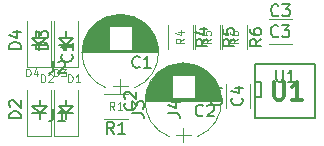
<source format=gbr>
G04 #@! TF.FileFunction,Legend,Top*
%FSLAX46Y46*%
G04 Gerber Fmt 4.6, Leading zero omitted, Abs format (unit mm)*
G04 Created by KiCad (PCBNEW 4.0.7) date 04/04/18 11:57:42*
%MOMM*%
%LPD*%
G01*
G04 APERTURE LIST*
%ADD10C,0.100000*%
%ADD11C,0.300000*%
%ADD12C,0.200000*%
%ADD13C,0.120000*%
%ADD14C,0.150000*%
%ADD15C,0.105000*%
G04 APERTURE END LIST*
D10*
X193728638Y-117083248D02*
X193728638Y-116433248D01*
X193883400Y-116433248D01*
X193976257Y-116464200D01*
X194038162Y-116526105D01*
X194069114Y-116588010D01*
X194100066Y-116711819D01*
X194100066Y-116804676D01*
X194069114Y-116928486D01*
X194038162Y-116990390D01*
X193976257Y-117052295D01*
X193883400Y-117083248D01*
X193728638Y-117083248D01*
X194719114Y-117083248D02*
X194347686Y-117083248D01*
X194533400Y-117083248D02*
X194533400Y-116433248D01*
X194471495Y-116526105D01*
X194409590Y-116588010D01*
X194347686Y-116618962D01*
X191417238Y-117083248D02*
X191417238Y-116433248D01*
X191572000Y-116433248D01*
X191664857Y-116464200D01*
X191726762Y-116526105D01*
X191757714Y-116588010D01*
X191788666Y-116711819D01*
X191788666Y-116804676D01*
X191757714Y-116928486D01*
X191726762Y-116990390D01*
X191664857Y-117052295D01*
X191572000Y-117083248D01*
X191417238Y-117083248D01*
X192036286Y-116495152D02*
X192067238Y-116464200D01*
X192129143Y-116433248D01*
X192283905Y-116433248D01*
X192345809Y-116464200D01*
X192376762Y-116495152D01*
X192407714Y-116557057D01*
X192407714Y-116618962D01*
X192376762Y-116711819D01*
X192005333Y-117083248D01*
X192407714Y-117083248D01*
X192534838Y-116600648D02*
X192534838Y-115950648D01*
X192689600Y-115950648D01*
X192782457Y-115981600D01*
X192844362Y-116043505D01*
X192875314Y-116105410D01*
X192906266Y-116229219D01*
X192906266Y-116322076D01*
X192875314Y-116445886D01*
X192844362Y-116507790D01*
X192782457Y-116569695D01*
X192689600Y-116600648D01*
X192534838Y-116600648D01*
X193122933Y-115950648D02*
X193525314Y-115950648D01*
X193308647Y-116198267D01*
X193401505Y-116198267D01*
X193463409Y-116229219D01*
X193494362Y-116260171D01*
X193525314Y-116322076D01*
X193525314Y-116476838D01*
X193494362Y-116538743D01*
X193463409Y-116569695D01*
X193401505Y-116600648D01*
X193215790Y-116600648D01*
X193153886Y-116569695D01*
X193122933Y-116538743D01*
X190172638Y-116600648D02*
X190172638Y-115950648D01*
X190327400Y-115950648D01*
X190420257Y-115981600D01*
X190482162Y-116043505D01*
X190513114Y-116105410D01*
X190544066Y-116229219D01*
X190544066Y-116322076D01*
X190513114Y-116445886D01*
X190482162Y-116507790D01*
X190420257Y-116569695D01*
X190327400Y-116600648D01*
X190172638Y-116600648D01*
X191101209Y-116167314D02*
X191101209Y-116600648D01*
X190946447Y-115919695D02*
X190791686Y-116383981D01*
X191194066Y-116383981D01*
D11*
X211124943Y-117059971D02*
X211124943Y-118274257D01*
X211196371Y-118417114D01*
X211267800Y-118488543D01*
X211410657Y-118559971D01*
X211696371Y-118559971D01*
X211839229Y-118488543D01*
X211910657Y-118417114D01*
X211982086Y-118274257D01*
X211982086Y-117059971D01*
X213482086Y-118559971D02*
X212624943Y-118559971D01*
X213053515Y-118559971D02*
X213053515Y-117059971D01*
X212910658Y-117274257D01*
X212767800Y-117417114D01*
X212624943Y-117488543D01*
D12*
X190652400Y-113919000D02*
X191770000Y-113919000D01*
X191770000Y-113919000D02*
X191820800Y-113919000D01*
X191262000Y-113919000D02*
X190652400Y-113309400D01*
X191262000Y-113919000D02*
X191871600Y-113309400D01*
X191871600Y-113309400D02*
X190652400Y-113309400D01*
X191262000Y-113309400D02*
X191262000Y-112750600D01*
X191262000Y-113919000D02*
X191262000Y-114376200D01*
X193522600Y-119735600D02*
X193522600Y-120192800D01*
X193522600Y-119126000D02*
X193522600Y-118567200D01*
X194132200Y-119126000D02*
X192913000Y-119126000D01*
X193522600Y-119735600D02*
X194132200Y-119126000D01*
X193522600Y-119735600D02*
X192913000Y-119126000D01*
X194030600Y-119735600D02*
X194081400Y-119735600D01*
X192913000Y-119735600D02*
X194030600Y-119735600D01*
X190677800Y-119735600D02*
X191795400Y-119735600D01*
X191795400Y-119735600D02*
X191846200Y-119735600D01*
X191287400Y-119735600D02*
X190677800Y-119126000D01*
X191287400Y-119735600D02*
X191897000Y-119126000D01*
X191897000Y-119126000D02*
X190677800Y-119126000D01*
X191287400Y-119126000D02*
X191287400Y-118567200D01*
X191287400Y-119735600D02*
X191287400Y-120192800D01*
X193548000Y-113919000D02*
X193548000Y-114376200D01*
X193548000Y-113309400D02*
X193548000Y-112750600D01*
X194157600Y-113309400D02*
X192938400Y-113309400D01*
X193548000Y-113919000D02*
X194157600Y-113309400D01*
X193548000Y-113919000D02*
X192938400Y-113309400D01*
X194056000Y-113919000D02*
X194106800Y-113919000D01*
X192938400Y-113919000D02*
X194056000Y-113919000D01*
D13*
X196940864Y-111556180D02*
G75*
G03X196940000Y-117591482I1179136J-3017820D01*
G01*
X199299136Y-111556180D02*
G75*
G02X199300000Y-117591482I-1179136J-3017820D01*
G01*
X199299136Y-111556180D02*
G75*
G03X196940000Y-111556518I-1179136J-3017820D01*
G01*
X194920000Y-114574000D02*
X201320000Y-114574000D01*
X194920000Y-114534000D02*
X201320000Y-114534000D01*
X194920000Y-114494000D02*
X201320000Y-114494000D01*
X194922000Y-114454000D02*
X201318000Y-114454000D01*
X194923000Y-114414000D02*
X201317000Y-114414000D01*
X194926000Y-114374000D02*
X201314000Y-114374000D01*
X194928000Y-114334000D02*
X201312000Y-114334000D01*
X194932000Y-114294000D02*
X197140000Y-114294000D01*
X199100000Y-114294000D02*
X201308000Y-114294000D01*
X194935000Y-114254000D02*
X197140000Y-114254000D01*
X199100000Y-114254000D02*
X201305000Y-114254000D01*
X194940000Y-114214000D02*
X197140000Y-114214000D01*
X199100000Y-114214000D02*
X201300000Y-114214000D01*
X194944000Y-114174000D02*
X197140000Y-114174000D01*
X199100000Y-114174000D02*
X201296000Y-114174000D01*
X194950000Y-114134000D02*
X197140000Y-114134000D01*
X199100000Y-114134000D02*
X201290000Y-114134000D01*
X194955000Y-114094000D02*
X197140000Y-114094000D01*
X199100000Y-114094000D02*
X201285000Y-114094000D01*
X194962000Y-114054000D02*
X197140000Y-114054000D01*
X199100000Y-114054000D02*
X201278000Y-114054000D01*
X194968000Y-114014000D02*
X197140000Y-114014000D01*
X199100000Y-114014000D02*
X201272000Y-114014000D01*
X194976000Y-113974000D02*
X197140000Y-113974000D01*
X199100000Y-113974000D02*
X201264000Y-113974000D01*
X194983000Y-113934000D02*
X197140000Y-113934000D01*
X199100000Y-113934000D02*
X201257000Y-113934000D01*
X194992000Y-113894000D02*
X197140000Y-113894000D01*
X199100000Y-113894000D02*
X201248000Y-113894000D01*
X195001000Y-113853000D02*
X197140000Y-113853000D01*
X199100000Y-113853000D02*
X201239000Y-113853000D01*
X195010000Y-113813000D02*
X197140000Y-113813000D01*
X199100000Y-113813000D02*
X201230000Y-113813000D01*
X195020000Y-113773000D02*
X197140000Y-113773000D01*
X199100000Y-113773000D02*
X201220000Y-113773000D01*
X195030000Y-113733000D02*
X197140000Y-113733000D01*
X199100000Y-113733000D02*
X201210000Y-113733000D01*
X195041000Y-113693000D02*
X197140000Y-113693000D01*
X199100000Y-113693000D02*
X201199000Y-113693000D01*
X195053000Y-113653000D02*
X197140000Y-113653000D01*
X199100000Y-113653000D02*
X201187000Y-113653000D01*
X195065000Y-113613000D02*
X197140000Y-113613000D01*
X199100000Y-113613000D02*
X201175000Y-113613000D01*
X195078000Y-113573000D02*
X197140000Y-113573000D01*
X199100000Y-113573000D02*
X201162000Y-113573000D01*
X195091000Y-113533000D02*
X197140000Y-113533000D01*
X199100000Y-113533000D02*
X201149000Y-113533000D01*
X195105000Y-113493000D02*
X197140000Y-113493000D01*
X199100000Y-113493000D02*
X201135000Y-113493000D01*
X195119000Y-113453000D02*
X197140000Y-113453000D01*
X199100000Y-113453000D02*
X201121000Y-113453000D01*
X195134000Y-113413000D02*
X197140000Y-113413000D01*
X199100000Y-113413000D02*
X201106000Y-113413000D01*
X195150000Y-113373000D02*
X197140000Y-113373000D01*
X199100000Y-113373000D02*
X201090000Y-113373000D01*
X195166000Y-113333000D02*
X197140000Y-113333000D01*
X199100000Y-113333000D02*
X201074000Y-113333000D01*
X195183000Y-113293000D02*
X197140000Y-113293000D01*
X199100000Y-113293000D02*
X201057000Y-113293000D01*
X195201000Y-113253000D02*
X197140000Y-113253000D01*
X199100000Y-113253000D02*
X201039000Y-113253000D01*
X195219000Y-113213000D02*
X197140000Y-113213000D01*
X199100000Y-113213000D02*
X201021000Y-113213000D01*
X195238000Y-113173000D02*
X197140000Y-113173000D01*
X199100000Y-113173000D02*
X201002000Y-113173000D01*
X195257000Y-113133000D02*
X197140000Y-113133000D01*
X199100000Y-113133000D02*
X200983000Y-113133000D01*
X195277000Y-113093000D02*
X197140000Y-113093000D01*
X199100000Y-113093000D02*
X200963000Y-113093000D01*
X195298000Y-113053000D02*
X197140000Y-113053000D01*
X199100000Y-113053000D02*
X200942000Y-113053000D01*
X195320000Y-113013000D02*
X197140000Y-113013000D01*
X199100000Y-113013000D02*
X200920000Y-113013000D01*
X195342000Y-112973000D02*
X197140000Y-112973000D01*
X199100000Y-112973000D02*
X200898000Y-112973000D01*
X195365000Y-112933000D02*
X197140000Y-112933000D01*
X199100000Y-112933000D02*
X200875000Y-112933000D01*
X195389000Y-112893000D02*
X197140000Y-112893000D01*
X199100000Y-112893000D02*
X200851000Y-112893000D01*
X195414000Y-112853000D02*
X197140000Y-112853000D01*
X199100000Y-112853000D02*
X200826000Y-112853000D01*
X195439000Y-112813000D02*
X197140000Y-112813000D01*
X199100000Y-112813000D02*
X200801000Y-112813000D01*
X195466000Y-112773000D02*
X197140000Y-112773000D01*
X199100000Y-112773000D02*
X200774000Y-112773000D01*
X195493000Y-112733000D02*
X197140000Y-112733000D01*
X199100000Y-112733000D02*
X200747000Y-112733000D01*
X195521000Y-112693000D02*
X197140000Y-112693000D01*
X199100000Y-112693000D02*
X200719000Y-112693000D01*
X195550000Y-112653000D02*
X197140000Y-112653000D01*
X199100000Y-112653000D02*
X200690000Y-112653000D01*
X195580000Y-112613000D02*
X197140000Y-112613000D01*
X199100000Y-112613000D02*
X200660000Y-112613000D01*
X195610000Y-112573000D02*
X197140000Y-112573000D01*
X199100000Y-112573000D02*
X200630000Y-112573000D01*
X195642000Y-112533000D02*
X197140000Y-112533000D01*
X199100000Y-112533000D02*
X200598000Y-112533000D01*
X195675000Y-112493000D02*
X197140000Y-112493000D01*
X199100000Y-112493000D02*
X200565000Y-112493000D01*
X195709000Y-112453000D02*
X197140000Y-112453000D01*
X199100000Y-112453000D02*
X200531000Y-112453000D01*
X195745000Y-112413000D02*
X197140000Y-112413000D01*
X199100000Y-112413000D02*
X200495000Y-112413000D01*
X195781000Y-112373000D02*
X197140000Y-112373000D01*
X199100000Y-112373000D02*
X200459000Y-112373000D01*
X195819000Y-112333000D02*
X200421000Y-112333000D01*
X195858000Y-112293000D02*
X200382000Y-112293000D01*
X195898000Y-112253000D02*
X200342000Y-112253000D01*
X195940000Y-112213000D02*
X200300000Y-112213000D01*
X195983000Y-112173000D02*
X200257000Y-112173000D01*
X196028000Y-112133000D02*
X200212000Y-112133000D01*
X196075000Y-112093000D02*
X200165000Y-112093000D01*
X196123000Y-112053000D02*
X200117000Y-112053000D01*
X196174000Y-112013000D02*
X200066000Y-112013000D01*
X196226000Y-111973000D02*
X200014000Y-111973000D01*
X196281000Y-111933000D02*
X199959000Y-111933000D01*
X196339000Y-111893000D02*
X199901000Y-111893000D01*
X196399000Y-111853000D02*
X199841000Y-111853000D01*
X196462000Y-111813000D02*
X199778000Y-111813000D01*
X196529000Y-111773000D02*
X199711000Y-111773000D01*
X196600000Y-111733000D02*
X199640000Y-111733000D01*
X196675000Y-111693000D02*
X199565000Y-111693000D01*
X196756000Y-111653000D02*
X199484000Y-111653000D01*
X196842000Y-111613000D02*
X199398000Y-111613000D01*
X196936000Y-111573000D02*
X199304000Y-111573000D01*
X197039000Y-111533000D02*
X199201000Y-111533000D01*
X197154000Y-111493000D02*
X199086000Y-111493000D01*
X197286000Y-111453000D02*
X198954000Y-111453000D01*
X197444000Y-111413000D02*
X198796000Y-111413000D01*
X197652000Y-111373000D02*
X198588000Y-111373000D01*
X198120000Y-118024000D02*
X198120000Y-116824000D01*
X197470000Y-117424000D02*
X198770000Y-117424000D01*
X202274864Y-115670980D02*
G75*
G03X202274000Y-121706282I1179136J-3017820D01*
G01*
X204633136Y-115670980D02*
G75*
G02X204634000Y-121706282I-1179136J-3017820D01*
G01*
X204633136Y-115670980D02*
G75*
G03X202274000Y-115671318I-1179136J-3017820D01*
G01*
X200254000Y-118688800D02*
X206654000Y-118688800D01*
X200254000Y-118648800D02*
X206654000Y-118648800D01*
X200254000Y-118608800D02*
X206654000Y-118608800D01*
X200256000Y-118568800D02*
X206652000Y-118568800D01*
X200257000Y-118528800D02*
X206651000Y-118528800D01*
X200260000Y-118488800D02*
X206648000Y-118488800D01*
X200262000Y-118448800D02*
X206646000Y-118448800D01*
X200266000Y-118408800D02*
X202474000Y-118408800D01*
X204434000Y-118408800D02*
X206642000Y-118408800D01*
X200269000Y-118368800D02*
X202474000Y-118368800D01*
X204434000Y-118368800D02*
X206639000Y-118368800D01*
X200274000Y-118328800D02*
X202474000Y-118328800D01*
X204434000Y-118328800D02*
X206634000Y-118328800D01*
X200278000Y-118288800D02*
X202474000Y-118288800D01*
X204434000Y-118288800D02*
X206630000Y-118288800D01*
X200284000Y-118248800D02*
X202474000Y-118248800D01*
X204434000Y-118248800D02*
X206624000Y-118248800D01*
X200289000Y-118208800D02*
X202474000Y-118208800D01*
X204434000Y-118208800D02*
X206619000Y-118208800D01*
X200296000Y-118168800D02*
X202474000Y-118168800D01*
X204434000Y-118168800D02*
X206612000Y-118168800D01*
X200302000Y-118128800D02*
X202474000Y-118128800D01*
X204434000Y-118128800D02*
X206606000Y-118128800D01*
X200310000Y-118088800D02*
X202474000Y-118088800D01*
X204434000Y-118088800D02*
X206598000Y-118088800D01*
X200317000Y-118048800D02*
X202474000Y-118048800D01*
X204434000Y-118048800D02*
X206591000Y-118048800D01*
X200326000Y-118008800D02*
X202474000Y-118008800D01*
X204434000Y-118008800D02*
X206582000Y-118008800D01*
X200335000Y-117967800D02*
X202474000Y-117967800D01*
X204434000Y-117967800D02*
X206573000Y-117967800D01*
X200344000Y-117927800D02*
X202474000Y-117927800D01*
X204434000Y-117927800D02*
X206564000Y-117927800D01*
X200354000Y-117887800D02*
X202474000Y-117887800D01*
X204434000Y-117887800D02*
X206554000Y-117887800D01*
X200364000Y-117847800D02*
X202474000Y-117847800D01*
X204434000Y-117847800D02*
X206544000Y-117847800D01*
X200375000Y-117807800D02*
X202474000Y-117807800D01*
X204434000Y-117807800D02*
X206533000Y-117807800D01*
X200387000Y-117767800D02*
X202474000Y-117767800D01*
X204434000Y-117767800D02*
X206521000Y-117767800D01*
X200399000Y-117727800D02*
X202474000Y-117727800D01*
X204434000Y-117727800D02*
X206509000Y-117727800D01*
X200412000Y-117687800D02*
X202474000Y-117687800D01*
X204434000Y-117687800D02*
X206496000Y-117687800D01*
X200425000Y-117647800D02*
X202474000Y-117647800D01*
X204434000Y-117647800D02*
X206483000Y-117647800D01*
X200439000Y-117607800D02*
X202474000Y-117607800D01*
X204434000Y-117607800D02*
X206469000Y-117607800D01*
X200453000Y-117567800D02*
X202474000Y-117567800D01*
X204434000Y-117567800D02*
X206455000Y-117567800D01*
X200468000Y-117527800D02*
X202474000Y-117527800D01*
X204434000Y-117527800D02*
X206440000Y-117527800D01*
X200484000Y-117487800D02*
X202474000Y-117487800D01*
X204434000Y-117487800D02*
X206424000Y-117487800D01*
X200500000Y-117447800D02*
X202474000Y-117447800D01*
X204434000Y-117447800D02*
X206408000Y-117447800D01*
X200517000Y-117407800D02*
X202474000Y-117407800D01*
X204434000Y-117407800D02*
X206391000Y-117407800D01*
X200535000Y-117367800D02*
X202474000Y-117367800D01*
X204434000Y-117367800D02*
X206373000Y-117367800D01*
X200553000Y-117327800D02*
X202474000Y-117327800D01*
X204434000Y-117327800D02*
X206355000Y-117327800D01*
X200572000Y-117287800D02*
X202474000Y-117287800D01*
X204434000Y-117287800D02*
X206336000Y-117287800D01*
X200591000Y-117247800D02*
X202474000Y-117247800D01*
X204434000Y-117247800D02*
X206317000Y-117247800D01*
X200611000Y-117207800D02*
X202474000Y-117207800D01*
X204434000Y-117207800D02*
X206297000Y-117207800D01*
X200632000Y-117167800D02*
X202474000Y-117167800D01*
X204434000Y-117167800D02*
X206276000Y-117167800D01*
X200654000Y-117127800D02*
X202474000Y-117127800D01*
X204434000Y-117127800D02*
X206254000Y-117127800D01*
X200676000Y-117087800D02*
X202474000Y-117087800D01*
X204434000Y-117087800D02*
X206232000Y-117087800D01*
X200699000Y-117047800D02*
X202474000Y-117047800D01*
X204434000Y-117047800D02*
X206209000Y-117047800D01*
X200723000Y-117007800D02*
X202474000Y-117007800D01*
X204434000Y-117007800D02*
X206185000Y-117007800D01*
X200748000Y-116967800D02*
X202474000Y-116967800D01*
X204434000Y-116967800D02*
X206160000Y-116967800D01*
X200773000Y-116927800D02*
X202474000Y-116927800D01*
X204434000Y-116927800D02*
X206135000Y-116927800D01*
X200800000Y-116887800D02*
X202474000Y-116887800D01*
X204434000Y-116887800D02*
X206108000Y-116887800D01*
X200827000Y-116847800D02*
X202474000Y-116847800D01*
X204434000Y-116847800D02*
X206081000Y-116847800D01*
X200855000Y-116807800D02*
X202474000Y-116807800D01*
X204434000Y-116807800D02*
X206053000Y-116807800D01*
X200884000Y-116767800D02*
X202474000Y-116767800D01*
X204434000Y-116767800D02*
X206024000Y-116767800D01*
X200914000Y-116727800D02*
X202474000Y-116727800D01*
X204434000Y-116727800D02*
X205994000Y-116727800D01*
X200944000Y-116687800D02*
X202474000Y-116687800D01*
X204434000Y-116687800D02*
X205964000Y-116687800D01*
X200976000Y-116647800D02*
X202474000Y-116647800D01*
X204434000Y-116647800D02*
X205932000Y-116647800D01*
X201009000Y-116607800D02*
X202474000Y-116607800D01*
X204434000Y-116607800D02*
X205899000Y-116607800D01*
X201043000Y-116567800D02*
X202474000Y-116567800D01*
X204434000Y-116567800D02*
X205865000Y-116567800D01*
X201079000Y-116527800D02*
X202474000Y-116527800D01*
X204434000Y-116527800D02*
X205829000Y-116527800D01*
X201115000Y-116487800D02*
X202474000Y-116487800D01*
X204434000Y-116487800D02*
X205793000Y-116487800D01*
X201153000Y-116447800D02*
X205755000Y-116447800D01*
X201192000Y-116407800D02*
X205716000Y-116407800D01*
X201232000Y-116367800D02*
X205676000Y-116367800D01*
X201274000Y-116327800D02*
X205634000Y-116327800D01*
X201317000Y-116287800D02*
X205591000Y-116287800D01*
X201362000Y-116247800D02*
X205546000Y-116247800D01*
X201409000Y-116207800D02*
X205499000Y-116207800D01*
X201457000Y-116167800D02*
X205451000Y-116167800D01*
X201508000Y-116127800D02*
X205400000Y-116127800D01*
X201560000Y-116087800D02*
X205348000Y-116087800D01*
X201615000Y-116047800D02*
X205293000Y-116047800D01*
X201673000Y-116007800D02*
X205235000Y-116007800D01*
X201733000Y-115967800D02*
X205175000Y-115967800D01*
X201796000Y-115927800D02*
X205112000Y-115927800D01*
X201863000Y-115887800D02*
X205045000Y-115887800D01*
X201934000Y-115847800D02*
X204974000Y-115847800D01*
X202009000Y-115807800D02*
X204899000Y-115807800D01*
X202090000Y-115767800D02*
X204818000Y-115767800D01*
X202176000Y-115727800D02*
X204732000Y-115727800D01*
X202270000Y-115687800D02*
X204638000Y-115687800D01*
X202373000Y-115647800D02*
X204535000Y-115647800D01*
X202488000Y-115607800D02*
X204420000Y-115607800D01*
X202620000Y-115567800D02*
X204288000Y-115567800D01*
X202778000Y-115527800D02*
X204130000Y-115527800D01*
X202986000Y-115487800D02*
X203922000Y-115487800D01*
X203454000Y-122138800D02*
X203454000Y-120938800D01*
X202804000Y-121538800D02*
X204104000Y-121538800D01*
D14*
X209550000Y-115570000D02*
X214630000Y-115570000D01*
X214630000Y-115570000D02*
X214630000Y-120142000D01*
X214630000Y-120142000D02*
X209550000Y-120142000D01*
X209550000Y-120142000D02*
X209550000Y-115570000D01*
X209550000Y-117094000D02*
X210058000Y-117094000D01*
X210058000Y-117094000D02*
X210058000Y-118364000D01*
X210058000Y-118364000D02*
X209550000Y-118364000D01*
D13*
X196739000Y-118081400D02*
X198739000Y-118081400D01*
X198739000Y-120221400D02*
X196739000Y-120221400D01*
X202130000Y-114284000D02*
X202130000Y-112284000D01*
X204270000Y-112284000D02*
X204270000Y-114284000D01*
X204416000Y-114284000D02*
X204416000Y-112284000D01*
X206556000Y-112284000D02*
X206556000Y-114284000D01*
X206702000Y-114284000D02*
X206702000Y-112284000D01*
X208842000Y-112284000D02*
X208842000Y-114284000D01*
X192548000Y-121655400D02*
X194548000Y-121655400D01*
X194548000Y-121655400D02*
X194548000Y-117755400D01*
X192548000Y-121655400D02*
X192548000Y-117755400D01*
X190262000Y-121655400D02*
X192262000Y-121655400D01*
X192262000Y-121655400D02*
X192262000Y-117755400D01*
X190262000Y-121655400D02*
X190262000Y-117755400D01*
X192548000Y-115788000D02*
X194548000Y-115788000D01*
X194548000Y-115788000D02*
X194548000Y-111888000D01*
X192548000Y-115788000D02*
X192548000Y-111888000D01*
X190262000Y-115788000D02*
X192262000Y-115788000D01*
X192262000Y-115788000D02*
X192262000Y-111888000D01*
X190262000Y-115788000D02*
X190262000Y-111888000D01*
X212683600Y-111781400D02*
X210683600Y-111781400D01*
X210683600Y-113821400D02*
X212683600Y-113821400D01*
X207031400Y-117262400D02*
X207031400Y-119262400D01*
X209071400Y-119262400D02*
X209071400Y-117262400D01*
D14*
X194017143Y-114740666D02*
X194064762Y-114788285D01*
X194112381Y-114931142D01*
X194112381Y-115026380D01*
X194064762Y-115169238D01*
X193969524Y-115264476D01*
X193874286Y-115312095D01*
X193683810Y-115359714D01*
X193540952Y-115359714D01*
X193350476Y-115312095D01*
X193255238Y-115264476D01*
X193160000Y-115169238D01*
X193112381Y-115026380D01*
X193112381Y-114931142D01*
X193160000Y-114788285D01*
X193207619Y-114740666D01*
X194112381Y-113788285D02*
X194112381Y-114359714D01*
X194112381Y-114074000D02*
X193112381Y-114074000D01*
X193255238Y-114169238D01*
X193350476Y-114264476D01*
X193398095Y-114359714D01*
X199756734Y-115774743D02*
X199709115Y-115822362D01*
X199566258Y-115869981D01*
X199471020Y-115869981D01*
X199328162Y-115822362D01*
X199232924Y-115727124D01*
X199185305Y-115631886D01*
X199137686Y-115441410D01*
X199137686Y-115298552D01*
X199185305Y-115108076D01*
X199232924Y-115012838D01*
X199328162Y-114917600D01*
X199471020Y-114869981D01*
X199566258Y-114869981D01*
X199709115Y-114917600D01*
X199756734Y-114965219D01*
X200709115Y-115869981D02*
X200137686Y-115869981D01*
X200423400Y-115869981D02*
X200423400Y-114869981D01*
X200328162Y-115012838D01*
X200232924Y-115108076D01*
X200137686Y-115155695D01*
X199351143Y-118855466D02*
X199398762Y-118903085D01*
X199446381Y-119045942D01*
X199446381Y-119141180D01*
X199398762Y-119284038D01*
X199303524Y-119379276D01*
X199208286Y-119426895D01*
X199017810Y-119474514D01*
X198874952Y-119474514D01*
X198684476Y-119426895D01*
X198589238Y-119379276D01*
X198494000Y-119284038D01*
X198446381Y-119141180D01*
X198446381Y-119045942D01*
X198494000Y-118903085D01*
X198541619Y-118855466D01*
X198541619Y-118474514D02*
X198494000Y-118426895D01*
X198446381Y-118331657D01*
X198446381Y-118093561D01*
X198494000Y-117998323D01*
X198541619Y-117950704D01*
X198636857Y-117903085D01*
X198732095Y-117903085D01*
X198874952Y-117950704D01*
X199446381Y-118522133D01*
X199446381Y-117903085D01*
X205116134Y-119889543D02*
X205068515Y-119937162D01*
X204925658Y-119984781D01*
X204830420Y-119984781D01*
X204687562Y-119937162D01*
X204592324Y-119841924D01*
X204544705Y-119746686D01*
X204497086Y-119556210D01*
X204497086Y-119413352D01*
X204544705Y-119222876D01*
X204592324Y-119127638D01*
X204687562Y-119032400D01*
X204830420Y-118984781D01*
X204925658Y-118984781D01*
X205068515Y-119032400D01*
X205116134Y-119080019D01*
X205497086Y-119080019D02*
X205544705Y-119032400D01*
X205639943Y-118984781D01*
X205878039Y-118984781D01*
X205973277Y-119032400D01*
X206020896Y-119080019D01*
X206068515Y-119175257D01*
X206068515Y-119270495D01*
X206020896Y-119413352D01*
X205449467Y-119984781D01*
X206068515Y-119984781D01*
X211328095Y-116038381D02*
X211328095Y-116847905D01*
X211375714Y-116943143D01*
X211423333Y-116990762D01*
X211518571Y-117038381D01*
X211709048Y-117038381D01*
X211804286Y-116990762D01*
X211851905Y-116943143D01*
X211899524Y-116847905D01*
X211899524Y-116038381D01*
X212899524Y-117038381D02*
X212328095Y-117038381D01*
X212613809Y-117038381D02*
X212613809Y-116038381D01*
X212518571Y-116181238D01*
X212423333Y-116276476D01*
X212328095Y-116324095D01*
X197572334Y-121453781D02*
X197239000Y-120977590D01*
X197000905Y-121453781D02*
X197000905Y-120453781D01*
X197381858Y-120453781D01*
X197477096Y-120501400D01*
X197524715Y-120549019D01*
X197572334Y-120644257D01*
X197572334Y-120787114D01*
X197524715Y-120882352D01*
X197477096Y-120929971D01*
X197381858Y-120977590D01*
X197000905Y-120977590D01*
X198524715Y-121453781D02*
X197953286Y-121453781D01*
X198239000Y-121453781D02*
X198239000Y-120453781D01*
X198143762Y-120596638D01*
X198048524Y-120691876D01*
X197953286Y-120739495D01*
D15*
X197622334Y-119468067D02*
X197389000Y-119134733D01*
X197222334Y-119468067D02*
X197222334Y-118768067D01*
X197489000Y-118768067D01*
X197555667Y-118801400D01*
X197589000Y-118834733D01*
X197622334Y-118901400D01*
X197622334Y-119001400D01*
X197589000Y-119068067D01*
X197555667Y-119101400D01*
X197489000Y-119134733D01*
X197222334Y-119134733D01*
X198289000Y-119468067D02*
X197889000Y-119468067D01*
X198089000Y-119468067D02*
X198089000Y-118768067D01*
X198022334Y-118868067D01*
X197955667Y-118934733D01*
X197889000Y-118968067D01*
D14*
X205502381Y-113450666D02*
X205026190Y-113784000D01*
X205502381Y-114022095D02*
X204502381Y-114022095D01*
X204502381Y-113641142D01*
X204550000Y-113545904D01*
X204597619Y-113498285D01*
X204692857Y-113450666D01*
X204835714Y-113450666D01*
X204930952Y-113498285D01*
X204978571Y-113545904D01*
X205026190Y-113641142D01*
X205026190Y-114022095D01*
X204835714Y-112593523D02*
X205502381Y-112593523D01*
X204454762Y-112831619D02*
X205169048Y-113069714D01*
X205169048Y-112450666D01*
D15*
X203516667Y-113400666D02*
X203183333Y-113634000D01*
X203516667Y-113800666D02*
X202816667Y-113800666D01*
X202816667Y-113534000D01*
X202850000Y-113467333D01*
X202883333Y-113434000D01*
X202950000Y-113400666D01*
X203050000Y-113400666D01*
X203116667Y-113434000D01*
X203150000Y-113467333D01*
X203183333Y-113534000D01*
X203183333Y-113800666D01*
X203050000Y-112800666D02*
X203516667Y-112800666D01*
X202783333Y-112967333D02*
X203283333Y-113134000D01*
X203283333Y-112700666D01*
D14*
X207788381Y-113450666D02*
X207312190Y-113784000D01*
X207788381Y-114022095D02*
X206788381Y-114022095D01*
X206788381Y-113641142D01*
X206836000Y-113545904D01*
X206883619Y-113498285D01*
X206978857Y-113450666D01*
X207121714Y-113450666D01*
X207216952Y-113498285D01*
X207264571Y-113545904D01*
X207312190Y-113641142D01*
X207312190Y-114022095D01*
X206788381Y-112545904D02*
X206788381Y-113022095D01*
X207264571Y-113069714D01*
X207216952Y-113022095D01*
X207169333Y-112926857D01*
X207169333Y-112688761D01*
X207216952Y-112593523D01*
X207264571Y-112545904D01*
X207359810Y-112498285D01*
X207597905Y-112498285D01*
X207693143Y-112545904D01*
X207740762Y-112593523D01*
X207788381Y-112688761D01*
X207788381Y-112926857D01*
X207740762Y-113022095D01*
X207693143Y-113069714D01*
D15*
X205802667Y-113400666D02*
X205469333Y-113634000D01*
X205802667Y-113800666D02*
X205102667Y-113800666D01*
X205102667Y-113534000D01*
X205136000Y-113467333D01*
X205169333Y-113434000D01*
X205236000Y-113400666D01*
X205336000Y-113400666D01*
X205402667Y-113434000D01*
X205436000Y-113467333D01*
X205469333Y-113534000D01*
X205469333Y-113800666D01*
X205102667Y-112767333D02*
X205102667Y-113100666D01*
X205436000Y-113134000D01*
X205402667Y-113100666D01*
X205369333Y-113034000D01*
X205369333Y-112867333D01*
X205402667Y-112800666D01*
X205436000Y-112767333D01*
X205502667Y-112734000D01*
X205669333Y-112734000D01*
X205736000Y-112767333D01*
X205769333Y-112800666D01*
X205802667Y-112867333D01*
X205802667Y-113034000D01*
X205769333Y-113100666D01*
X205736000Y-113134000D01*
D14*
X210074381Y-113450666D02*
X209598190Y-113784000D01*
X210074381Y-114022095D02*
X209074381Y-114022095D01*
X209074381Y-113641142D01*
X209122000Y-113545904D01*
X209169619Y-113498285D01*
X209264857Y-113450666D01*
X209407714Y-113450666D01*
X209502952Y-113498285D01*
X209550571Y-113545904D01*
X209598190Y-113641142D01*
X209598190Y-114022095D01*
X209074381Y-112593523D02*
X209074381Y-112784000D01*
X209122000Y-112879238D01*
X209169619Y-112926857D01*
X209312476Y-113022095D01*
X209502952Y-113069714D01*
X209883905Y-113069714D01*
X209979143Y-113022095D01*
X210026762Y-112974476D01*
X210074381Y-112879238D01*
X210074381Y-112688761D01*
X210026762Y-112593523D01*
X209979143Y-112545904D01*
X209883905Y-112498285D01*
X209645810Y-112498285D01*
X209550571Y-112545904D01*
X209502952Y-112593523D01*
X209455333Y-112688761D01*
X209455333Y-112879238D01*
X209502952Y-112974476D01*
X209550571Y-113022095D01*
X209645810Y-113069714D01*
D15*
X208088667Y-113400666D02*
X207755333Y-113634000D01*
X208088667Y-113800666D02*
X207388667Y-113800666D01*
X207388667Y-113534000D01*
X207422000Y-113467333D01*
X207455333Y-113434000D01*
X207522000Y-113400666D01*
X207622000Y-113400666D01*
X207688667Y-113434000D01*
X207722000Y-113467333D01*
X207755333Y-113534000D01*
X207755333Y-113800666D01*
X207388667Y-112800666D02*
X207388667Y-112934000D01*
X207422000Y-113000666D01*
X207455333Y-113034000D01*
X207555333Y-113100666D01*
X207688667Y-113134000D01*
X207955333Y-113134000D01*
X208022000Y-113100666D01*
X208055333Y-113067333D01*
X208088667Y-113000666D01*
X208088667Y-112867333D01*
X208055333Y-112800666D01*
X208022000Y-112767333D01*
X207955333Y-112734000D01*
X207788667Y-112734000D01*
X207722000Y-112767333D01*
X207688667Y-112800666D01*
X207655333Y-112867333D01*
X207655333Y-113000666D01*
X207688667Y-113067333D01*
X207722000Y-113100666D01*
X207788667Y-113134000D01*
D14*
X189714381Y-120143495D02*
X188714381Y-120143495D01*
X188714381Y-119905400D01*
X188762000Y-119762542D01*
X188857238Y-119667304D01*
X188952476Y-119619685D01*
X189142952Y-119572066D01*
X189285810Y-119572066D01*
X189476286Y-119619685D01*
X189571524Y-119667304D01*
X189666762Y-119762542D01*
X189714381Y-119905400D01*
X189714381Y-120143495D01*
X188809619Y-119191114D02*
X188762000Y-119143495D01*
X188714381Y-119048257D01*
X188714381Y-118810161D01*
X188762000Y-118714923D01*
X188809619Y-118667304D01*
X188904857Y-118619685D01*
X189000095Y-118619685D01*
X189142952Y-118667304D01*
X189714381Y-119238733D01*
X189714381Y-118619685D01*
X192000381Y-114276095D02*
X191000381Y-114276095D01*
X191000381Y-114038000D01*
X191048000Y-113895142D01*
X191143238Y-113799904D01*
X191238476Y-113752285D01*
X191428952Y-113704666D01*
X191571810Y-113704666D01*
X191762286Y-113752285D01*
X191857524Y-113799904D01*
X191952762Y-113895142D01*
X192000381Y-114038000D01*
X192000381Y-114276095D01*
X191000381Y-113371333D02*
X191000381Y-112752285D01*
X191381333Y-113085619D01*
X191381333Y-112942761D01*
X191428952Y-112847523D01*
X191476571Y-112799904D01*
X191571810Y-112752285D01*
X191809905Y-112752285D01*
X191905143Y-112799904D01*
X191952762Y-112847523D01*
X192000381Y-112942761D01*
X192000381Y-113228476D01*
X191952762Y-113323714D01*
X191905143Y-113371333D01*
X189714381Y-114276095D02*
X188714381Y-114276095D01*
X188714381Y-114038000D01*
X188762000Y-113895142D01*
X188857238Y-113799904D01*
X188952476Y-113752285D01*
X189142952Y-113704666D01*
X189285810Y-113704666D01*
X189476286Y-113752285D01*
X189571524Y-113799904D01*
X189666762Y-113895142D01*
X189714381Y-114038000D01*
X189714381Y-114276095D01*
X189047714Y-112847523D02*
X189714381Y-112847523D01*
X188666762Y-113085619D02*
X189381048Y-113323714D01*
X189381048Y-112704666D01*
X211516934Y-111408543D02*
X211469315Y-111456162D01*
X211326458Y-111503781D01*
X211231220Y-111503781D01*
X211088362Y-111456162D01*
X210993124Y-111360924D01*
X210945505Y-111265686D01*
X210897886Y-111075210D01*
X210897886Y-110932352D01*
X210945505Y-110741876D01*
X210993124Y-110646638D01*
X211088362Y-110551400D01*
X211231220Y-110503781D01*
X211326458Y-110503781D01*
X211469315Y-110551400D01*
X211516934Y-110599019D01*
X211850267Y-110503781D02*
X212469315Y-110503781D01*
X212135981Y-110884733D01*
X212278839Y-110884733D01*
X212374077Y-110932352D01*
X212421696Y-110979971D01*
X212469315Y-111075210D01*
X212469315Y-111313305D01*
X212421696Y-111408543D01*
X212374077Y-111456162D01*
X212278839Y-111503781D01*
X211993124Y-111503781D01*
X211897886Y-111456162D01*
X211850267Y-111408543D01*
X211491534Y-113183943D02*
X211443915Y-113231562D01*
X211301058Y-113279181D01*
X211205820Y-113279181D01*
X211062962Y-113231562D01*
X210967724Y-113136324D01*
X210920105Y-113041086D01*
X210872486Y-112850610D01*
X210872486Y-112707752D01*
X210920105Y-112517276D01*
X210967724Y-112422038D01*
X211062962Y-112326800D01*
X211205820Y-112279181D01*
X211301058Y-112279181D01*
X211443915Y-112326800D01*
X211491534Y-112374419D01*
X211824867Y-112279181D02*
X212443915Y-112279181D01*
X212110581Y-112660133D01*
X212253439Y-112660133D01*
X212348677Y-112707752D01*
X212396296Y-112755371D01*
X212443915Y-112850610D01*
X212443915Y-113088705D01*
X212396296Y-113183943D01*
X212348677Y-113231562D01*
X212253439Y-113279181D01*
X211967724Y-113279181D01*
X211872486Y-113231562D01*
X211824867Y-113183943D01*
X206658543Y-118429066D02*
X206706162Y-118476685D01*
X206753781Y-118619542D01*
X206753781Y-118714780D01*
X206706162Y-118857638D01*
X206610924Y-118952876D01*
X206515686Y-119000495D01*
X206325210Y-119048114D01*
X206182352Y-119048114D01*
X205991876Y-119000495D01*
X205896638Y-118952876D01*
X205801400Y-118857638D01*
X205753781Y-118714780D01*
X205753781Y-118619542D01*
X205801400Y-118476685D01*
X205849019Y-118429066D01*
X206087114Y-117571923D02*
X206753781Y-117571923D01*
X205706162Y-117810019D02*
X206420448Y-118048114D01*
X206420448Y-117429066D01*
X208408543Y-118429066D02*
X208456162Y-118476685D01*
X208503781Y-118619542D01*
X208503781Y-118714780D01*
X208456162Y-118857638D01*
X208360924Y-118952876D01*
X208265686Y-119000495D01*
X208075210Y-119048114D01*
X207932352Y-119048114D01*
X207741876Y-119000495D01*
X207646638Y-118952876D01*
X207551400Y-118857638D01*
X207503781Y-118714780D01*
X207503781Y-118619542D01*
X207551400Y-118476685D01*
X207599019Y-118429066D01*
X207837114Y-117571923D02*
X208503781Y-117571923D01*
X207456162Y-117810019D02*
X208170448Y-118048114D01*
X208170448Y-117429066D01*
X192452667Y-115312381D02*
X192452667Y-116026667D01*
X192405047Y-116169524D01*
X192309809Y-116264762D01*
X192166952Y-116312381D01*
X192071714Y-116312381D01*
X192881238Y-115407619D02*
X192928857Y-115360000D01*
X193024095Y-115312381D01*
X193262191Y-115312381D01*
X193357429Y-115360000D01*
X193405048Y-115407619D01*
X193452667Y-115502857D01*
X193452667Y-115598095D01*
X193405048Y-115740952D01*
X192833619Y-116312381D01*
X193452667Y-116312381D01*
X192452667Y-119376381D02*
X192452667Y-120090667D01*
X192405047Y-120233524D01*
X192309809Y-120328762D01*
X192166952Y-120376381D01*
X192071714Y-120376381D01*
X193452667Y-120376381D02*
X192881238Y-120376381D01*
X193166952Y-120376381D02*
X193166952Y-119376381D01*
X193071714Y-119519238D01*
X192976476Y-119614476D01*
X192881238Y-119662095D01*
X199132381Y-119713333D02*
X199846667Y-119713333D01*
X199989524Y-119760953D01*
X200084762Y-119856191D01*
X200132381Y-119999048D01*
X200132381Y-120094286D01*
X199132381Y-119332381D02*
X199132381Y-118713333D01*
X199513333Y-119046667D01*
X199513333Y-118903809D01*
X199560952Y-118808571D01*
X199608571Y-118760952D01*
X199703810Y-118713333D01*
X199941905Y-118713333D01*
X200037143Y-118760952D01*
X200084762Y-118808571D01*
X200132381Y-118903809D01*
X200132381Y-119189524D01*
X200084762Y-119284762D01*
X200037143Y-119332381D01*
X202180381Y-119713333D02*
X202894667Y-119713333D01*
X203037524Y-119760953D01*
X203132762Y-119856191D01*
X203180381Y-119999048D01*
X203180381Y-120094286D01*
X202513714Y-118808571D02*
X203180381Y-118808571D01*
X202132762Y-119046667D02*
X202847048Y-119284762D01*
X202847048Y-118665714D01*
M02*

</source>
